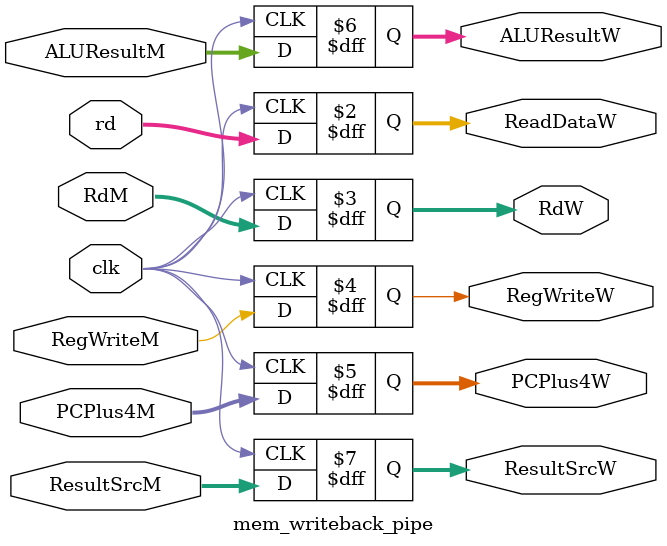
<source format=sv>
module mem_writeback_pipe #(
    parameter DATA_WIDTH = 32
)(
    input logic clk,                                 
 
    // Inputs from MEM stage
    input logic [DATA_WIDTH-1:0] ALUResultM,   // ALU result from MEM stage
    input logic [DATA_WIDTH-1:0] rd,     // Data from memory
    input logic [4:0] RdM,                // Register destination
    input logic RegWriteM,                    // Register write enable
    input logic [DATA_WIDTH-1:0] PCPlus4M,
    input logic [1:0] ResultSrcM,
 
    // Output to WB stage
    output logic [DATA_WIDTH-1:0] ReadDataW,        // Data to write back to register file
    output logic [4:0] RdW,               // Register destination
    output logic RegWriteW,                    // Register write enable to WB stage
    output logic [DATA_WIDTH-1:0] PCPlus4W,
    output logic [DATA_WIDTH-1:0] ALUResultW,
    output logic [1:0] ResultSrcW
);
 
    always_ff @(posedge clk) begin
        ReadDataW <= rd;
        RdW <= RdM;       
        RegWriteW <= RegWriteM;
        ALUResultW <= ALUResultM;
        PCPlus4W <= PCPlus4M;
        ResultSrcW <= ResultSrcM;
        
    end
 
endmodule

</source>
